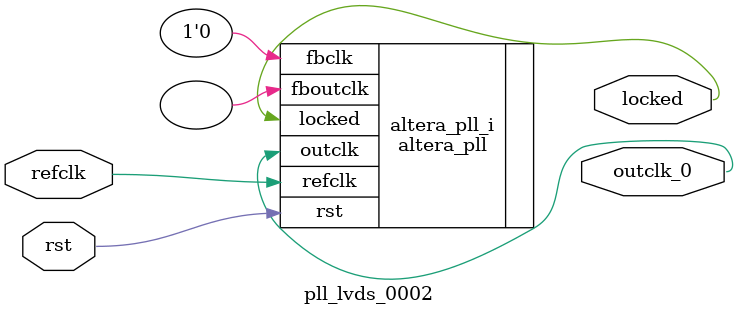
<source format=v>
`timescale 1ns/10ps
module  pll_lvds_0002(

	// interface 'refclk'
	input wire refclk,

	// interface 'reset'
	input wire rst,

	// interface 'outclk0'
	output wire outclk_0,

	// interface 'locked'
	output wire locked
);

	altera_pll #(
		.fractional_vco_multiplier("false"),
		.reference_clock_frequency("50.0 MHz"),
		.operation_mode("lvds"),
		.number_of_clocks(1),
		.output_clock_frequency0("200.0 MHz"),
		.phase_shift0("0 ps"),
		.duty_cycle0(50),
		.output_clock_frequency1("0 MHz"),
		.phase_shift1("0 ps"),
		.duty_cycle1(50),
		.output_clock_frequency2("0 MHz"),
		.phase_shift2("0 ps"),
		.duty_cycle2(50),
		.output_clock_frequency3("0 MHz"),
		.phase_shift3("0 ps"),
		.duty_cycle3(50),
		.output_clock_frequency4("0 MHz"),
		.phase_shift4("0 ps"),
		.duty_cycle4(50),
		.output_clock_frequency5("0 MHz"),
		.phase_shift5("0 ps"),
		.duty_cycle5(50),
		.output_clock_frequency6("0 MHz"),
		.phase_shift6("0 ps"),
		.duty_cycle6(50),
		.output_clock_frequency7("0 MHz"),
		.phase_shift7("0 ps"),
		.duty_cycle7(50),
		.output_clock_frequency8("0 MHz"),
		.phase_shift8("0 ps"),
		.duty_cycle8(50),
		.output_clock_frequency9("0 MHz"),
		.phase_shift9("0 ps"),
		.duty_cycle9(50),
		.output_clock_frequency10("0 MHz"),
		.phase_shift10("0 ps"),
		.duty_cycle10(50),
		.output_clock_frequency11("0 MHz"),
		.phase_shift11("0 ps"),
		.duty_cycle11(50),
		.output_clock_frequency12("0 MHz"),
		.phase_shift12("0 ps"),
		.duty_cycle12(50),
		.output_clock_frequency13("0 MHz"),
		.phase_shift13("0 ps"),
		.duty_cycle13(50),
		.output_clock_frequency14("0 MHz"),
		.phase_shift14("0 ps"),
		.duty_cycle14(50),
		.output_clock_frequency15("0 MHz"),
		.phase_shift15("0 ps"),
		.duty_cycle15(50),
		.output_clock_frequency16("0 MHz"),
		.phase_shift16("0 ps"),
		.duty_cycle16(50),
		.output_clock_frequency17("0 MHz"),
		.phase_shift17("0 ps"),
		.duty_cycle17(50),
		.pll_type("General"),
		.pll_subtype("General")
	) altera_pll_i (
		.outclk	({outclk_0}),
		.locked	(locked),
		.fboutclk	( ),
		.fbclk	(1'b0),
		.rst	(rst),
		.refclk	(refclk)
	);
endmodule


</source>
